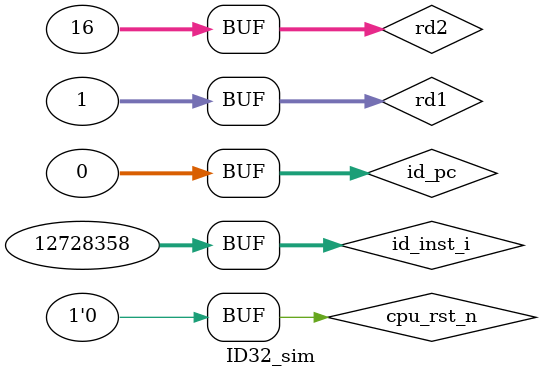
<source format=v>

`timescale 1ns / 1ps

module ID32_sim(); 
    // input
    reg   cpu_rst_n = 1'b1;
    reg [31:0]  id_inst_i = 8'h00000000;  // À´×ÔÖ¸Áî´æ´¢Æ÷È¡³öµÄÖ¸Áî
    reg [31:0]  id_pc = 8'h00000000; // À´×ÔÈ¡Ö¸µ¥ÔªµÄpc
    reg [31:0      ]    rd1 = 8'h00000001;
    reg [31:0      ]    rd2 = 8'h00000010;
    // output
    wire [2:0 ]    id_alutype_o;  // ÒëÂë½×¶ÎÖ¸Áî²Ù×÷ÀàÐÍ
    wire [7:0   ]    id_aluop_o;  //Ö¸Áî²Ù×÷·û£¬8Î»£¬È«¾Ö²ÎÊýÈ·¶¨
    wire                     id_whilo_o; //HILO¼Ä´æÆ÷µÄÐ´Ê¹ÄÜÐÅºÅ
    wire                     id_mreg_o;
    wire [4:0 ]    id_wa_o;  //ÒëÂë½×¶ÎÖ¸Áî´ýÐ´ÈëµÄ¼Ä´æÆ÷5Î»µØÖ·
    wire                     id_wreg_o; //Í¨ÓÃ¼Ä´æÆ÷¶ÑÐ´Ê¹ÄÜÐÅºÅ
    wire [31:0      ]    id_din_o;  // ÒªÐ´ÈëÊý¾Ý´æ´¢Æ÷ÖÐµÄÊý¾Ý£¬´Ó¼Ä´æÆ÷ÖÐ¶ÁÈ¡32Î»
    wire [31:0]    id_pc_o;  // ´«ÈëÖ´ÐÐ½×¶ÎµÄµ±Ç°pc£¬ÓÃÓÚ¼ÆËãÏÂÒ»¸öpc
    // ËÍÖÁÖ´ÐÐ½×¶ÎµÄÔ´²Ù×÷Êý1¡¢Ô´²Ù×÷Êý2
    wire [31:0     ]    id_src1_o;
    wire [31:0      ]    id_src2_o;
         
    // ËÍÖÁ¶ÁÍ¨ÓÃ¼Ä´æÆ÷¶Ñ¶Ë¿ÚµÄÊ¹ÄÜºÍµØÖ·
    wire                     rreg1;
    wire [4:0 ]    ra1;
    wire                     rreg2;
    wire [4:0 ]    ra2;
    // ÐèÒª°Ñ¶ÁÈ¡µ½µÄÖ¸Áî´«¸øÖ´ÐÐ½×¶ÎÓÃÓÚÌø×ªÖ¸ÁîµÄµØÖ·¼ÆËã
    wire [15:0]     id_imm;
    wire [25:0]     id_add;
    // pcÀ´Ô´¿ØÖÆÐÅºÅ
    // 00: pc=pc+4  ; 01:pc=pc+4+(sign-extend)immediate; 10:pc=(rs) ; 11:pc={pc[31:28],addr[27:2],0,0}
    wire [1:0] PCSrc;
    
    // ÊµÀý»¯¿ØÖÆÄ£¿é
    ID ID0(.cpu_rst_n(cpu_rst_n), .id_pc_i(id_pc), 
            .id_inst_i(id_inst_i),
            .rd1(rd1), .rd2(rd2),
            .rreg1(rreg1), .rreg2(rreg2),       
            .ra1(ra1), .ra2(ra2), 
            .id_aluop_o(id_aluop_o), .id_alutype_o(id_alutype_o),
            .id_src1_o(id_src1_o), .id_src2_o(id_src2_o),
            .id_wa_o(id_wa_o), .id_wreg_o(id_wreg_o),
            .id_whilo_o(id_whilo_o), .id_pc_o(id_pc_o),
            .id_mreg_o(id_mreg_o), .id_din_o(id_din_o), 
            .id_imm(id_imm), .id_add(id_add),
            .PCSrc(PCSrc)
        );
   initial begin
   #100   cpu_rst_n = 1'b0;
   #200   id_inst_i = 32'h2001000A;
   #200   id_inst_i = 32'h20020003;
   #200   id_inst_i = 32'h3403000D;
   #200   id_inst_i = 32'h00222020;
   #200   id_inst_i = 32'h10640002;
   #200   id_inst_i = 32'h00221824;
   #200   id_inst_i = 32'h00223025;
   #200   id_inst_i = 32'h00223022;
   #200   id_inst_i = 32'h14640001;
   #200   id_inst_i = 32'hAD02000A;
   #200   id_inst_i = 32'h8D04000A;
   #200   id_inst_i = 32'h10440001;
   #200   id_inst_i = 32'h00233024;
   #200   id_inst_i = 32'h00C23826;
   end
endmodule

</source>
